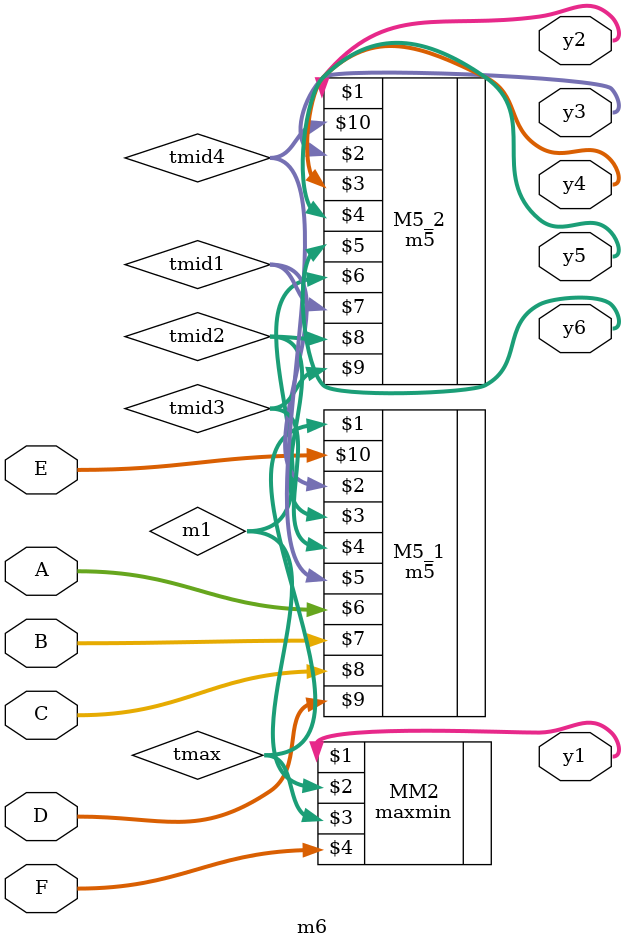
<source format=v>
module m6 (y1,y2,y3,y4,y5,y6,A,B,C,D,E,F); //4080*2 + 272 = 8432

input [7:0] A,B,C,D,E,F;
output [7:0] y1,y2,y3,y4,y5,y6;

wire [7:0] tmax,tmid1,tmid2,tmid3,tmid4,m1;

m5 M5_1 (tmax,tmid1,tmid2,tmid3,tmid4,A,B,C,D,E);
maxmin MM2 (y1,m1,tmax,F);
m5 M5_2 (y2,y3,y4,y5,y6,m1,tmid1,tmid2,tmid3,tmid4);

endmodule

</source>
